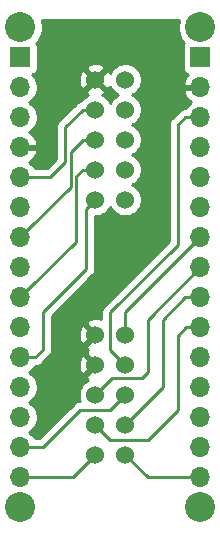
<source format=gbr>
G04 #@! TF.GenerationSoftware,KiCad,Pcbnew,(5.1.5)-3*
G04 #@! TF.CreationDate,2020-04-07T10:53:57-04:00*
G04 #@! TF.ProjectId,Nano_Adapter,4e616e6f-5f41-4646-9170-7465722e6b69,rev?*
G04 #@! TF.SameCoordinates,Original*
G04 #@! TF.FileFunction,Copper,L1,Top*
G04 #@! TF.FilePolarity,Positive*
%FSLAX46Y46*%
G04 Gerber Fmt 4.6, Leading zero omitted, Abs format (unit mm)*
G04 Created by KiCad (PCBNEW (5.1.5)-3) date 2020-04-07 10:53:57*
%MOMM*%
%LPD*%
G04 APERTURE LIST*
%ADD10C,1.524000*%
%ADD11O,1.700000X1.700000*%
%ADD12R,1.700000X1.700000*%
%ADD13C,2.540000*%
%ADD14C,0.250000*%
%ADD15C,0.254000*%
G04 APERTURE END LIST*
D10*
X148336000Y-94742000D03*
X145796000Y-94742000D03*
X148336000Y-97282000D03*
X145796000Y-97282000D03*
X148336000Y-99822000D03*
X145796000Y-99822000D03*
X148336000Y-102362000D03*
X145796000Y-102362000D03*
X148336000Y-104902000D03*
X145796000Y-104902000D03*
D11*
X154686000Y-106807000D03*
X154686000Y-104267000D03*
X154686000Y-101727000D03*
X154686000Y-99187000D03*
X154686000Y-96647000D03*
X154686000Y-94107000D03*
X154686000Y-91567000D03*
X154686000Y-89027000D03*
X154686000Y-86487000D03*
X154686000Y-83947000D03*
X154686000Y-81407000D03*
X154686000Y-78867000D03*
X154686000Y-76327000D03*
X154686000Y-73787000D03*
D12*
X154686000Y-71247000D03*
D11*
X139446000Y-106807000D03*
X139446000Y-104267000D03*
X139446000Y-101727000D03*
X139446000Y-99187000D03*
X139446000Y-96647000D03*
X139446000Y-94107000D03*
X139446000Y-91567000D03*
X139446000Y-89027000D03*
X139446000Y-86487000D03*
X139446000Y-83947000D03*
X139446000Y-81407000D03*
X139446000Y-78867000D03*
X139446000Y-76327000D03*
X139446000Y-73787000D03*
D12*
X139446000Y-71247000D03*
D10*
X148336000Y-73152000D03*
X145796000Y-73152000D03*
X148336000Y-75692000D03*
X145796000Y-75692000D03*
X148336000Y-78232000D03*
X145796000Y-78232000D03*
X148336000Y-80772000D03*
X145796000Y-80772000D03*
X148336000Y-83312000D03*
X145796000Y-83312000D03*
D13*
X139446000Y-68707000D03*
X139446000Y-109347000D03*
X154686000Y-109347000D03*
X154686000Y-68707000D03*
D14*
X153416000Y-76327000D02*
X154686000Y-76327000D01*
X152781000Y-76962000D02*
X153416000Y-76327000D01*
X152781000Y-87122000D02*
X152781000Y-76962000D01*
X147066000Y-92837000D02*
X152781000Y-87122000D01*
X148336000Y-97282000D02*
X147066000Y-96012000D01*
X147066000Y-96012000D02*
X147066000Y-92837000D01*
X144718370Y-75692000D02*
X143256000Y-77154370D01*
X145796000Y-75692000D02*
X144718370Y-75692000D01*
X143256000Y-77154370D02*
X143256000Y-80137000D01*
X141986000Y-81407000D02*
X139446000Y-81407000D01*
X143256000Y-80137000D02*
X141986000Y-81407000D01*
X140295999Y-85637001D02*
X139446000Y-86487000D01*
X143706010Y-82226990D02*
X140295999Y-85637001D01*
X143706010Y-79244360D02*
X143706010Y-82226990D01*
X144718370Y-78232000D02*
X143706010Y-79244360D01*
X145796000Y-78232000D02*
X144718370Y-78232000D01*
X140295999Y-90717001D02*
X139446000Y-91567000D01*
X144156020Y-86856980D02*
X140295999Y-90717001D01*
X144156020Y-81334350D02*
X144156020Y-86856980D01*
X144718370Y-80772000D02*
X144156020Y-81334350D01*
X145796000Y-80772000D02*
X144718370Y-80772000D01*
X145034001Y-84073999D02*
X145034001Y-89153999D01*
X145796000Y-83312000D02*
X145034001Y-84073999D01*
X145034001Y-89153999D02*
X141351000Y-92837000D01*
X141351000Y-92837000D02*
X141351000Y-96012000D01*
X140716000Y-96647000D02*
X139446000Y-96647000D01*
X141351000Y-96012000D02*
X140716000Y-96647000D01*
X150241000Y-106807000D02*
X148336000Y-104902000D01*
X154686000Y-106807000D02*
X150241000Y-106807000D01*
X141351000Y-104267000D02*
X139446000Y-104267000D01*
X144526000Y-101092000D02*
X141351000Y-104267000D01*
X148336000Y-99822000D02*
X147066000Y-101092000D01*
X147066000Y-101092000D02*
X144526000Y-101092000D01*
X145796000Y-105367000D02*
X145796000Y-104267000D01*
X143891000Y-106807000D02*
X139446000Y-106807000D01*
X145796000Y-104902000D02*
X143891000Y-106807000D01*
X148336000Y-92837000D02*
X154686000Y-86487000D01*
X148336000Y-94742000D02*
X148336000Y-92837000D01*
X147248999Y-98369001D02*
X149788999Y-98369001D01*
X145796000Y-99822000D02*
X147248999Y-98369001D01*
X149788999Y-98369001D02*
X150241000Y-97917000D01*
X150241000Y-93472000D02*
X154686000Y-89027000D01*
X150241000Y-97917000D02*
X150241000Y-93472000D01*
X148336000Y-102362000D02*
X151511000Y-99187000D01*
X151511000Y-99187000D02*
X151511000Y-93472000D01*
X153416000Y-91567000D02*
X154686000Y-91567000D01*
X151511000Y-93472000D02*
X153416000Y-91567000D01*
X153483919Y-94107000D02*
X152781000Y-94809919D01*
X154686000Y-94107000D02*
X153483919Y-94107000D01*
X152781000Y-94809919D02*
X152781000Y-101092000D01*
X152781000Y-101092000D02*
X150241000Y-103632000D01*
X150241000Y-103632000D02*
X147066000Y-103632000D01*
X147066000Y-103632000D02*
X145796000Y-102362000D01*
D15*
G36*
X152854209Y-68151332D02*
G01*
X152781000Y-68519374D01*
X152781000Y-68894626D01*
X152854209Y-69262668D01*
X152997811Y-69609356D01*
X153206290Y-69921366D01*
X153315365Y-70030441D01*
X153305463Y-70042506D01*
X153246498Y-70152820D01*
X153210188Y-70272518D01*
X153197928Y-70397000D01*
X153197928Y-72097000D01*
X153210188Y-72221482D01*
X153246498Y-72341180D01*
X153305463Y-72451494D01*
X153384815Y-72548185D01*
X153481506Y-72627537D01*
X153591820Y-72686502D01*
X153672466Y-72710966D01*
X153588412Y-72786731D01*
X153414359Y-73020080D01*
X153289175Y-73282901D01*
X153244524Y-73430110D01*
X153365845Y-73660000D01*
X154559000Y-73660000D01*
X154559000Y-73640000D01*
X154813000Y-73640000D01*
X154813000Y-73660000D01*
X154833000Y-73660000D01*
X154833000Y-73914000D01*
X154813000Y-73914000D01*
X154813000Y-73934000D01*
X154559000Y-73934000D01*
X154559000Y-73914000D01*
X153365845Y-73914000D01*
X153244524Y-74143890D01*
X153289175Y-74291099D01*
X153414359Y-74553920D01*
X153588412Y-74787269D01*
X153804645Y-74982178D01*
X153921534Y-75051805D01*
X153739368Y-75173525D01*
X153532525Y-75380368D01*
X153409875Y-75563926D01*
X153378667Y-75567000D01*
X153267014Y-75577997D01*
X153123753Y-75621454D01*
X152991724Y-75692026D01*
X152875999Y-75786999D01*
X152852200Y-75815998D01*
X152269998Y-76398201D01*
X152241000Y-76421999D01*
X152217202Y-76450997D01*
X152217201Y-76450998D01*
X152146026Y-76537724D01*
X152075454Y-76669754D01*
X152031998Y-76813015D01*
X152017324Y-76962000D01*
X152021001Y-76999332D01*
X152021000Y-86807198D01*
X146554998Y-92273201D01*
X146526000Y-92296999D01*
X146502202Y-92325997D01*
X146502201Y-92325998D01*
X146431026Y-92412724D01*
X146360454Y-92544754D01*
X146337023Y-92622000D01*
X146316998Y-92688014D01*
X146309272Y-92766454D01*
X146302324Y-92837000D01*
X146306001Y-92874332D01*
X146306001Y-93438076D01*
X146265952Y-93419244D01*
X145998865Y-93352977D01*
X145723983Y-93340090D01*
X145451867Y-93381078D01*
X145192977Y-93474364D01*
X145077020Y-93536344D01*
X145010040Y-93776435D01*
X145796000Y-94562395D01*
X145810143Y-94548253D01*
X145989748Y-94727858D01*
X145975605Y-94742000D01*
X145989748Y-94756143D01*
X145810143Y-94935748D01*
X145796000Y-94921605D01*
X145010040Y-95707565D01*
X145077020Y-95947656D01*
X145207644Y-96009079D01*
X145192977Y-96014364D01*
X145077020Y-96076344D01*
X145010040Y-96316435D01*
X145796000Y-97102395D01*
X145810143Y-97088253D01*
X145989748Y-97267858D01*
X145975605Y-97282000D01*
X145989748Y-97296143D01*
X145810143Y-97475748D01*
X145796000Y-97461605D01*
X145010040Y-98247565D01*
X145077020Y-98487656D01*
X145212760Y-98551485D01*
X145134273Y-98583995D01*
X144905465Y-98736880D01*
X144710880Y-98931465D01*
X144557995Y-99160273D01*
X144452686Y-99414510D01*
X144399000Y-99684408D01*
X144399000Y-99959592D01*
X144452686Y-100229490D01*
X144494894Y-100331388D01*
X144488676Y-100332000D01*
X144488667Y-100332000D01*
X144377014Y-100342997D01*
X144235912Y-100385799D01*
X144233753Y-100386454D01*
X144101723Y-100457026D01*
X144018083Y-100525668D01*
X143985999Y-100551999D01*
X143962201Y-100580997D01*
X141036199Y-103507000D01*
X140724178Y-103507000D01*
X140599475Y-103320368D01*
X140392632Y-103113525D01*
X140218240Y-102997000D01*
X140392632Y-102880475D01*
X140599475Y-102673632D01*
X140761990Y-102430411D01*
X140873932Y-102160158D01*
X140931000Y-101873260D01*
X140931000Y-101580740D01*
X140873932Y-101293842D01*
X140761990Y-101023589D01*
X140599475Y-100780368D01*
X140392632Y-100573525D01*
X140218240Y-100457000D01*
X140392632Y-100340475D01*
X140599475Y-100133632D01*
X140761990Y-99890411D01*
X140873932Y-99620158D01*
X140931000Y-99333260D01*
X140931000Y-99040740D01*
X140873932Y-98753842D01*
X140761990Y-98483589D01*
X140599475Y-98240368D01*
X140392632Y-98033525D01*
X140218240Y-97917000D01*
X140392632Y-97800475D01*
X140599475Y-97593632D01*
X140722125Y-97410073D01*
X140753322Y-97407000D01*
X140753333Y-97407000D01*
X140864986Y-97396003D01*
X141003397Y-97354017D01*
X144394090Y-97354017D01*
X144435078Y-97626133D01*
X144528364Y-97885023D01*
X144590344Y-98000980D01*
X144830435Y-98067960D01*
X145616395Y-97282000D01*
X144830435Y-96496040D01*
X144590344Y-96563020D01*
X144473244Y-96812048D01*
X144406977Y-97079135D01*
X144394090Y-97354017D01*
X141003397Y-97354017D01*
X141008247Y-97352546D01*
X141140276Y-97281974D01*
X141256001Y-97187001D01*
X141279803Y-97157998D01*
X141862002Y-96575800D01*
X141891001Y-96552001D01*
X141985974Y-96436276D01*
X142056546Y-96304247D01*
X142100003Y-96160986D01*
X142111000Y-96049333D01*
X142111000Y-96049332D01*
X142114677Y-96012000D01*
X142111000Y-95974667D01*
X142111000Y-94814017D01*
X144394090Y-94814017D01*
X144435078Y-95086133D01*
X144528364Y-95345023D01*
X144590344Y-95460980D01*
X144830435Y-95527960D01*
X145616395Y-94742000D01*
X144830435Y-93956040D01*
X144590344Y-94023020D01*
X144473244Y-94272048D01*
X144406977Y-94539135D01*
X144394090Y-94814017D01*
X142111000Y-94814017D01*
X142111000Y-93151801D01*
X145545004Y-89717798D01*
X145574002Y-89694000D01*
X145600333Y-89661916D01*
X145668975Y-89578276D01*
X145739547Y-89446246D01*
X145783004Y-89302985D01*
X145794001Y-89191332D01*
X145794001Y-89191322D01*
X145797677Y-89153999D01*
X145794001Y-89116676D01*
X145794001Y-84709000D01*
X145933592Y-84709000D01*
X146203490Y-84655314D01*
X146457727Y-84550005D01*
X146686535Y-84397120D01*
X146881120Y-84202535D01*
X147034005Y-83973727D01*
X147066000Y-83896485D01*
X147097995Y-83973727D01*
X147250880Y-84202535D01*
X147445465Y-84397120D01*
X147674273Y-84550005D01*
X147928510Y-84655314D01*
X148198408Y-84709000D01*
X148473592Y-84709000D01*
X148743490Y-84655314D01*
X148997727Y-84550005D01*
X149226535Y-84397120D01*
X149421120Y-84202535D01*
X149574005Y-83973727D01*
X149679314Y-83719490D01*
X149733000Y-83449592D01*
X149733000Y-83174408D01*
X149679314Y-82904510D01*
X149574005Y-82650273D01*
X149421120Y-82421465D01*
X149226535Y-82226880D01*
X148997727Y-82073995D01*
X148920485Y-82042000D01*
X148997727Y-82010005D01*
X149226535Y-81857120D01*
X149421120Y-81662535D01*
X149574005Y-81433727D01*
X149679314Y-81179490D01*
X149733000Y-80909592D01*
X149733000Y-80634408D01*
X149679314Y-80364510D01*
X149574005Y-80110273D01*
X149421120Y-79881465D01*
X149226535Y-79686880D01*
X148997727Y-79533995D01*
X148920485Y-79502000D01*
X148997727Y-79470005D01*
X149226535Y-79317120D01*
X149421120Y-79122535D01*
X149574005Y-78893727D01*
X149679314Y-78639490D01*
X149733000Y-78369592D01*
X149733000Y-78094408D01*
X149679314Y-77824510D01*
X149574005Y-77570273D01*
X149421120Y-77341465D01*
X149226535Y-77146880D01*
X148997727Y-76993995D01*
X148920485Y-76962000D01*
X148997727Y-76930005D01*
X149226535Y-76777120D01*
X149421120Y-76582535D01*
X149574005Y-76353727D01*
X149679314Y-76099490D01*
X149733000Y-75829592D01*
X149733000Y-75554408D01*
X149679314Y-75284510D01*
X149574005Y-75030273D01*
X149421120Y-74801465D01*
X149226535Y-74606880D01*
X148997727Y-74453995D01*
X148920485Y-74422000D01*
X148997727Y-74390005D01*
X149226535Y-74237120D01*
X149421120Y-74042535D01*
X149574005Y-73813727D01*
X149679314Y-73559490D01*
X149733000Y-73289592D01*
X149733000Y-73014408D01*
X149679314Y-72744510D01*
X149574005Y-72490273D01*
X149421120Y-72261465D01*
X149226535Y-72066880D01*
X148997727Y-71913995D01*
X148743490Y-71808686D01*
X148473592Y-71755000D01*
X148198408Y-71755000D01*
X147928510Y-71808686D01*
X147674273Y-71913995D01*
X147445465Y-72066880D01*
X147250880Y-72261465D01*
X147097995Y-72490273D01*
X147068308Y-72561943D01*
X147063636Y-72548977D01*
X147001656Y-72433020D01*
X146761565Y-72366040D01*
X145975605Y-73152000D01*
X146761565Y-73937960D01*
X147001656Y-73870980D01*
X147065485Y-73735240D01*
X147097995Y-73813727D01*
X147250880Y-74042535D01*
X147445465Y-74237120D01*
X147674273Y-74390005D01*
X147751515Y-74422000D01*
X147674273Y-74453995D01*
X147445465Y-74606880D01*
X147250880Y-74801465D01*
X147097995Y-75030273D01*
X147066000Y-75107515D01*
X147034005Y-75030273D01*
X146881120Y-74801465D01*
X146686535Y-74606880D01*
X146457727Y-74453995D01*
X146386057Y-74424308D01*
X146399023Y-74419636D01*
X146514980Y-74357656D01*
X146581960Y-74117565D01*
X145796000Y-73331605D01*
X145010040Y-74117565D01*
X145077020Y-74357656D01*
X145212760Y-74421485D01*
X145134273Y-74453995D01*
X144905465Y-74606880D01*
X144710880Y-74801465D01*
X144619617Y-74938049D01*
X144569384Y-74942997D01*
X144426123Y-74986454D01*
X144294094Y-75057026D01*
X144294092Y-75057027D01*
X144294093Y-75057027D01*
X144207366Y-75128201D01*
X144207362Y-75128205D01*
X144178369Y-75151999D01*
X144154575Y-75180992D01*
X142745002Y-76590567D01*
X142715999Y-76614369D01*
X142670547Y-76669753D01*
X142621026Y-76730094D01*
X142564952Y-76835000D01*
X142550454Y-76862124D01*
X142506997Y-77005385D01*
X142496000Y-77117038D01*
X142496000Y-77117048D01*
X142492324Y-77154370D01*
X142496000Y-77191693D01*
X142496001Y-79822197D01*
X141671199Y-80647000D01*
X140724178Y-80647000D01*
X140599475Y-80460368D01*
X140392632Y-80253525D01*
X140210466Y-80131805D01*
X140327355Y-80062178D01*
X140543588Y-79867269D01*
X140717641Y-79633920D01*
X140842825Y-79371099D01*
X140887476Y-79223890D01*
X140766155Y-78994000D01*
X139573000Y-78994000D01*
X139573000Y-79014000D01*
X139319000Y-79014000D01*
X139319000Y-78994000D01*
X139299000Y-78994000D01*
X139299000Y-78740000D01*
X139319000Y-78740000D01*
X139319000Y-78720000D01*
X139573000Y-78720000D01*
X139573000Y-78740000D01*
X140766155Y-78740000D01*
X140887476Y-78510110D01*
X140842825Y-78362901D01*
X140717641Y-78100080D01*
X140543588Y-77866731D01*
X140327355Y-77671822D01*
X140210466Y-77602195D01*
X140392632Y-77480475D01*
X140599475Y-77273632D01*
X140761990Y-77030411D01*
X140873932Y-76760158D01*
X140931000Y-76473260D01*
X140931000Y-76180740D01*
X140873932Y-75893842D01*
X140761990Y-75623589D01*
X140599475Y-75380368D01*
X140392632Y-75173525D01*
X140218240Y-75057000D01*
X140392632Y-74940475D01*
X140599475Y-74733632D01*
X140761990Y-74490411D01*
X140873932Y-74220158D01*
X140931000Y-73933260D01*
X140931000Y-73640740D01*
X140873932Y-73353842D01*
X140820157Y-73224017D01*
X144394090Y-73224017D01*
X144435078Y-73496133D01*
X144528364Y-73755023D01*
X144590344Y-73870980D01*
X144830435Y-73937960D01*
X145616395Y-73152000D01*
X144830435Y-72366040D01*
X144590344Y-72433020D01*
X144473244Y-72682048D01*
X144406977Y-72949135D01*
X144394090Y-73224017D01*
X140820157Y-73224017D01*
X140761990Y-73083589D01*
X140599475Y-72840368D01*
X140467620Y-72708513D01*
X140540180Y-72686502D01*
X140650494Y-72627537D01*
X140747185Y-72548185D01*
X140826537Y-72451494D01*
X140885502Y-72341180D01*
X140921812Y-72221482D01*
X140925263Y-72186435D01*
X145010040Y-72186435D01*
X145796000Y-72972395D01*
X146581960Y-72186435D01*
X146514980Y-71946344D01*
X146265952Y-71829244D01*
X145998865Y-71762977D01*
X145723983Y-71750090D01*
X145451867Y-71791078D01*
X145192977Y-71884364D01*
X145077020Y-71946344D01*
X145010040Y-72186435D01*
X140925263Y-72186435D01*
X140934072Y-72097000D01*
X140934072Y-70397000D01*
X140921812Y-70272518D01*
X140885502Y-70152820D01*
X140826537Y-70042506D01*
X140816635Y-70030441D01*
X140925710Y-69921366D01*
X141134189Y-69609356D01*
X141277791Y-69262668D01*
X141351000Y-68894626D01*
X141351000Y-68519374D01*
X141277791Y-68151332D01*
X141265641Y-68122000D01*
X152866359Y-68122000D01*
X152854209Y-68151332D01*
G37*
X152854209Y-68151332D02*
X152781000Y-68519374D01*
X152781000Y-68894626D01*
X152854209Y-69262668D01*
X152997811Y-69609356D01*
X153206290Y-69921366D01*
X153315365Y-70030441D01*
X153305463Y-70042506D01*
X153246498Y-70152820D01*
X153210188Y-70272518D01*
X153197928Y-70397000D01*
X153197928Y-72097000D01*
X153210188Y-72221482D01*
X153246498Y-72341180D01*
X153305463Y-72451494D01*
X153384815Y-72548185D01*
X153481506Y-72627537D01*
X153591820Y-72686502D01*
X153672466Y-72710966D01*
X153588412Y-72786731D01*
X153414359Y-73020080D01*
X153289175Y-73282901D01*
X153244524Y-73430110D01*
X153365845Y-73660000D01*
X154559000Y-73660000D01*
X154559000Y-73640000D01*
X154813000Y-73640000D01*
X154813000Y-73660000D01*
X154833000Y-73660000D01*
X154833000Y-73914000D01*
X154813000Y-73914000D01*
X154813000Y-73934000D01*
X154559000Y-73934000D01*
X154559000Y-73914000D01*
X153365845Y-73914000D01*
X153244524Y-74143890D01*
X153289175Y-74291099D01*
X153414359Y-74553920D01*
X153588412Y-74787269D01*
X153804645Y-74982178D01*
X153921534Y-75051805D01*
X153739368Y-75173525D01*
X153532525Y-75380368D01*
X153409875Y-75563926D01*
X153378667Y-75567000D01*
X153267014Y-75577997D01*
X153123753Y-75621454D01*
X152991724Y-75692026D01*
X152875999Y-75786999D01*
X152852200Y-75815998D01*
X152269998Y-76398201D01*
X152241000Y-76421999D01*
X152217202Y-76450997D01*
X152217201Y-76450998D01*
X152146026Y-76537724D01*
X152075454Y-76669754D01*
X152031998Y-76813015D01*
X152017324Y-76962000D01*
X152021001Y-76999332D01*
X152021000Y-86807198D01*
X146554998Y-92273201D01*
X146526000Y-92296999D01*
X146502202Y-92325997D01*
X146502201Y-92325998D01*
X146431026Y-92412724D01*
X146360454Y-92544754D01*
X146337023Y-92622000D01*
X146316998Y-92688014D01*
X146309272Y-92766454D01*
X146302324Y-92837000D01*
X146306001Y-92874332D01*
X146306001Y-93438076D01*
X146265952Y-93419244D01*
X145998865Y-93352977D01*
X145723983Y-93340090D01*
X145451867Y-93381078D01*
X145192977Y-93474364D01*
X145077020Y-93536344D01*
X145010040Y-93776435D01*
X145796000Y-94562395D01*
X145810143Y-94548253D01*
X145989748Y-94727858D01*
X145975605Y-94742000D01*
X145989748Y-94756143D01*
X145810143Y-94935748D01*
X145796000Y-94921605D01*
X145010040Y-95707565D01*
X145077020Y-95947656D01*
X145207644Y-96009079D01*
X145192977Y-96014364D01*
X145077020Y-96076344D01*
X145010040Y-96316435D01*
X145796000Y-97102395D01*
X145810143Y-97088253D01*
X145989748Y-97267858D01*
X145975605Y-97282000D01*
X145989748Y-97296143D01*
X145810143Y-97475748D01*
X145796000Y-97461605D01*
X145010040Y-98247565D01*
X145077020Y-98487656D01*
X145212760Y-98551485D01*
X145134273Y-98583995D01*
X144905465Y-98736880D01*
X144710880Y-98931465D01*
X144557995Y-99160273D01*
X144452686Y-99414510D01*
X144399000Y-99684408D01*
X144399000Y-99959592D01*
X144452686Y-100229490D01*
X144494894Y-100331388D01*
X144488676Y-100332000D01*
X144488667Y-100332000D01*
X144377014Y-100342997D01*
X144235912Y-100385799D01*
X144233753Y-100386454D01*
X144101723Y-100457026D01*
X144018083Y-100525668D01*
X143985999Y-100551999D01*
X143962201Y-100580997D01*
X141036199Y-103507000D01*
X140724178Y-103507000D01*
X140599475Y-103320368D01*
X140392632Y-103113525D01*
X140218240Y-102997000D01*
X140392632Y-102880475D01*
X140599475Y-102673632D01*
X140761990Y-102430411D01*
X140873932Y-102160158D01*
X140931000Y-101873260D01*
X140931000Y-101580740D01*
X140873932Y-101293842D01*
X140761990Y-101023589D01*
X140599475Y-100780368D01*
X140392632Y-100573525D01*
X140218240Y-100457000D01*
X140392632Y-100340475D01*
X140599475Y-100133632D01*
X140761990Y-99890411D01*
X140873932Y-99620158D01*
X140931000Y-99333260D01*
X140931000Y-99040740D01*
X140873932Y-98753842D01*
X140761990Y-98483589D01*
X140599475Y-98240368D01*
X140392632Y-98033525D01*
X140218240Y-97917000D01*
X140392632Y-97800475D01*
X140599475Y-97593632D01*
X140722125Y-97410073D01*
X140753322Y-97407000D01*
X140753333Y-97407000D01*
X140864986Y-97396003D01*
X141003397Y-97354017D01*
X144394090Y-97354017D01*
X144435078Y-97626133D01*
X144528364Y-97885023D01*
X144590344Y-98000980D01*
X144830435Y-98067960D01*
X145616395Y-97282000D01*
X144830435Y-96496040D01*
X144590344Y-96563020D01*
X144473244Y-96812048D01*
X144406977Y-97079135D01*
X144394090Y-97354017D01*
X141003397Y-97354017D01*
X141008247Y-97352546D01*
X141140276Y-97281974D01*
X141256001Y-97187001D01*
X141279803Y-97157998D01*
X141862002Y-96575800D01*
X141891001Y-96552001D01*
X141985974Y-96436276D01*
X142056546Y-96304247D01*
X142100003Y-96160986D01*
X142111000Y-96049333D01*
X142111000Y-96049332D01*
X142114677Y-96012000D01*
X142111000Y-95974667D01*
X142111000Y-94814017D01*
X144394090Y-94814017D01*
X144435078Y-95086133D01*
X144528364Y-95345023D01*
X144590344Y-95460980D01*
X144830435Y-95527960D01*
X145616395Y-94742000D01*
X144830435Y-93956040D01*
X144590344Y-94023020D01*
X144473244Y-94272048D01*
X144406977Y-94539135D01*
X144394090Y-94814017D01*
X142111000Y-94814017D01*
X142111000Y-93151801D01*
X145545004Y-89717798D01*
X145574002Y-89694000D01*
X145600333Y-89661916D01*
X145668975Y-89578276D01*
X145739547Y-89446246D01*
X145783004Y-89302985D01*
X145794001Y-89191332D01*
X145794001Y-89191322D01*
X145797677Y-89153999D01*
X145794001Y-89116676D01*
X145794001Y-84709000D01*
X145933592Y-84709000D01*
X146203490Y-84655314D01*
X146457727Y-84550005D01*
X146686535Y-84397120D01*
X146881120Y-84202535D01*
X147034005Y-83973727D01*
X147066000Y-83896485D01*
X147097995Y-83973727D01*
X147250880Y-84202535D01*
X147445465Y-84397120D01*
X147674273Y-84550005D01*
X147928510Y-84655314D01*
X148198408Y-84709000D01*
X148473592Y-84709000D01*
X148743490Y-84655314D01*
X148997727Y-84550005D01*
X149226535Y-84397120D01*
X149421120Y-84202535D01*
X149574005Y-83973727D01*
X149679314Y-83719490D01*
X149733000Y-83449592D01*
X149733000Y-83174408D01*
X149679314Y-82904510D01*
X149574005Y-82650273D01*
X149421120Y-82421465D01*
X149226535Y-82226880D01*
X148997727Y-82073995D01*
X148920485Y-82042000D01*
X148997727Y-82010005D01*
X149226535Y-81857120D01*
X149421120Y-81662535D01*
X149574005Y-81433727D01*
X149679314Y-81179490D01*
X149733000Y-80909592D01*
X149733000Y-80634408D01*
X149679314Y-80364510D01*
X149574005Y-80110273D01*
X149421120Y-79881465D01*
X149226535Y-79686880D01*
X148997727Y-79533995D01*
X148920485Y-79502000D01*
X148997727Y-79470005D01*
X149226535Y-79317120D01*
X149421120Y-79122535D01*
X149574005Y-78893727D01*
X149679314Y-78639490D01*
X149733000Y-78369592D01*
X149733000Y-78094408D01*
X149679314Y-77824510D01*
X149574005Y-77570273D01*
X149421120Y-77341465D01*
X149226535Y-77146880D01*
X148997727Y-76993995D01*
X148920485Y-76962000D01*
X148997727Y-76930005D01*
X149226535Y-76777120D01*
X149421120Y-76582535D01*
X149574005Y-76353727D01*
X149679314Y-76099490D01*
X149733000Y-75829592D01*
X149733000Y-75554408D01*
X149679314Y-75284510D01*
X149574005Y-75030273D01*
X149421120Y-74801465D01*
X149226535Y-74606880D01*
X148997727Y-74453995D01*
X148920485Y-74422000D01*
X148997727Y-74390005D01*
X149226535Y-74237120D01*
X149421120Y-74042535D01*
X149574005Y-73813727D01*
X149679314Y-73559490D01*
X149733000Y-73289592D01*
X149733000Y-73014408D01*
X149679314Y-72744510D01*
X149574005Y-72490273D01*
X149421120Y-72261465D01*
X149226535Y-72066880D01*
X148997727Y-71913995D01*
X148743490Y-71808686D01*
X148473592Y-71755000D01*
X148198408Y-71755000D01*
X147928510Y-71808686D01*
X147674273Y-71913995D01*
X147445465Y-72066880D01*
X147250880Y-72261465D01*
X147097995Y-72490273D01*
X147068308Y-72561943D01*
X147063636Y-72548977D01*
X147001656Y-72433020D01*
X146761565Y-72366040D01*
X145975605Y-73152000D01*
X146761565Y-73937960D01*
X147001656Y-73870980D01*
X147065485Y-73735240D01*
X147097995Y-73813727D01*
X147250880Y-74042535D01*
X147445465Y-74237120D01*
X147674273Y-74390005D01*
X147751515Y-74422000D01*
X147674273Y-74453995D01*
X147445465Y-74606880D01*
X147250880Y-74801465D01*
X147097995Y-75030273D01*
X147066000Y-75107515D01*
X147034005Y-75030273D01*
X146881120Y-74801465D01*
X146686535Y-74606880D01*
X146457727Y-74453995D01*
X146386057Y-74424308D01*
X146399023Y-74419636D01*
X146514980Y-74357656D01*
X146581960Y-74117565D01*
X145796000Y-73331605D01*
X145010040Y-74117565D01*
X145077020Y-74357656D01*
X145212760Y-74421485D01*
X145134273Y-74453995D01*
X144905465Y-74606880D01*
X144710880Y-74801465D01*
X144619617Y-74938049D01*
X144569384Y-74942997D01*
X144426123Y-74986454D01*
X144294094Y-75057026D01*
X144294092Y-75057027D01*
X144294093Y-75057027D01*
X144207366Y-75128201D01*
X144207362Y-75128205D01*
X144178369Y-75151999D01*
X144154575Y-75180992D01*
X142745002Y-76590567D01*
X142715999Y-76614369D01*
X142670547Y-76669753D01*
X142621026Y-76730094D01*
X142564952Y-76835000D01*
X142550454Y-76862124D01*
X142506997Y-77005385D01*
X142496000Y-77117038D01*
X142496000Y-77117048D01*
X142492324Y-77154370D01*
X142496000Y-77191693D01*
X142496001Y-79822197D01*
X141671199Y-80647000D01*
X140724178Y-80647000D01*
X140599475Y-80460368D01*
X140392632Y-80253525D01*
X140210466Y-80131805D01*
X140327355Y-80062178D01*
X140543588Y-79867269D01*
X140717641Y-79633920D01*
X140842825Y-79371099D01*
X140887476Y-79223890D01*
X140766155Y-78994000D01*
X139573000Y-78994000D01*
X139573000Y-79014000D01*
X139319000Y-79014000D01*
X139319000Y-78994000D01*
X139299000Y-78994000D01*
X139299000Y-78740000D01*
X139319000Y-78740000D01*
X139319000Y-78720000D01*
X139573000Y-78720000D01*
X139573000Y-78740000D01*
X140766155Y-78740000D01*
X140887476Y-78510110D01*
X140842825Y-78362901D01*
X140717641Y-78100080D01*
X140543588Y-77866731D01*
X140327355Y-77671822D01*
X140210466Y-77602195D01*
X140392632Y-77480475D01*
X140599475Y-77273632D01*
X140761990Y-77030411D01*
X140873932Y-76760158D01*
X140931000Y-76473260D01*
X140931000Y-76180740D01*
X140873932Y-75893842D01*
X140761990Y-75623589D01*
X140599475Y-75380368D01*
X140392632Y-75173525D01*
X140218240Y-75057000D01*
X140392632Y-74940475D01*
X140599475Y-74733632D01*
X140761990Y-74490411D01*
X140873932Y-74220158D01*
X140931000Y-73933260D01*
X140931000Y-73640740D01*
X140873932Y-73353842D01*
X140820157Y-73224017D01*
X144394090Y-73224017D01*
X144435078Y-73496133D01*
X144528364Y-73755023D01*
X144590344Y-73870980D01*
X144830435Y-73937960D01*
X145616395Y-73152000D01*
X144830435Y-72366040D01*
X144590344Y-72433020D01*
X144473244Y-72682048D01*
X144406977Y-72949135D01*
X144394090Y-73224017D01*
X140820157Y-73224017D01*
X140761990Y-73083589D01*
X140599475Y-72840368D01*
X140467620Y-72708513D01*
X140540180Y-72686502D01*
X140650494Y-72627537D01*
X140747185Y-72548185D01*
X140826537Y-72451494D01*
X140885502Y-72341180D01*
X140921812Y-72221482D01*
X140925263Y-72186435D01*
X145010040Y-72186435D01*
X145796000Y-72972395D01*
X146581960Y-72186435D01*
X146514980Y-71946344D01*
X146265952Y-71829244D01*
X145998865Y-71762977D01*
X145723983Y-71750090D01*
X145451867Y-71791078D01*
X145192977Y-71884364D01*
X145077020Y-71946344D01*
X145010040Y-72186435D01*
X140925263Y-72186435D01*
X140934072Y-72097000D01*
X140934072Y-70397000D01*
X140921812Y-70272518D01*
X140885502Y-70152820D01*
X140826537Y-70042506D01*
X140816635Y-70030441D01*
X140925710Y-69921366D01*
X141134189Y-69609356D01*
X141277791Y-69262668D01*
X141351000Y-68894626D01*
X141351000Y-68519374D01*
X141277791Y-68151332D01*
X141265641Y-68122000D01*
X152866359Y-68122000D01*
X152854209Y-68151332D01*
M02*

</source>
